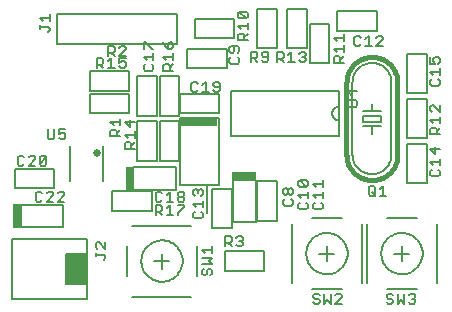
<source format=gto>
G75*
G70*
%OFA0B0*%
%FSLAX24Y24*%
%IPPOS*%
%LPD*%
%AMOC8*
5,1,8,0,0,1.08239X$1,22.5*
%
%ADD10C,0.0070*%
%ADD11R,0.0800X0.0250*%
%ADD12C,0.0080*%
%ADD13R,0.1200X0.0300*%
%ADD14R,0.0250X0.0800*%
%ADD15R,0.0700X0.1000*%
%ADD16C,0.0160*%
%ADD17C,0.0256*%
D10*
X001085Y002880D02*
X001085Y003620D01*
X002495Y003620D01*
X002495Y002880D01*
X001085Y002880D01*
X001630Y003735D02*
X001740Y003735D01*
X001795Y003790D01*
X001943Y003735D02*
X002164Y003955D01*
X002164Y004010D01*
X002108Y004065D01*
X001998Y004065D01*
X001943Y004010D01*
X001795Y004010D02*
X001740Y004065D01*
X001630Y004065D01*
X001575Y004010D01*
X001575Y003790D01*
X001630Y003735D01*
X001943Y003735D02*
X002164Y003735D01*
X002312Y003735D02*
X002532Y003955D01*
X002532Y004010D01*
X002477Y004065D01*
X002367Y004065D01*
X002312Y004010D01*
X002200Y004180D02*
X000880Y004180D01*
X000880Y004820D01*
X002200Y004820D01*
X002200Y004180D01*
X002312Y003735D02*
X002532Y003735D01*
X002739Y004409D02*
X002739Y005591D01*
X002519Y005814D02*
X002409Y005814D01*
X002354Y005869D01*
X002354Y005979D02*
X002464Y006034D01*
X002519Y006034D01*
X002574Y005979D01*
X002574Y005869D01*
X002519Y005814D01*
X002354Y005979D02*
X002354Y006144D01*
X002574Y006144D01*
X002205Y006144D02*
X002205Y005869D01*
X002150Y005814D01*
X002040Y005814D01*
X001985Y005869D01*
X001985Y006144D01*
X001877Y005265D02*
X001932Y005210D01*
X001712Y004990D01*
X001767Y004935D01*
X001877Y004935D01*
X001932Y004990D01*
X001932Y005210D01*
X001877Y005265D02*
X001767Y005265D01*
X001712Y005210D01*
X001712Y004990D01*
X001564Y004935D02*
X001343Y004935D01*
X001564Y005155D01*
X001564Y005210D01*
X001508Y005265D01*
X001398Y005265D01*
X001343Y005210D01*
X001195Y005210D02*
X001140Y005265D01*
X001030Y005265D01*
X000975Y005210D01*
X000975Y004990D01*
X001030Y004935D01*
X001140Y004935D01*
X001195Y004990D01*
X003380Y006680D02*
X003380Y007320D01*
X004700Y007320D01*
X004700Y006680D01*
X003380Y006680D01*
X004065Y006383D02*
X004395Y006383D01*
X004395Y006273D02*
X004395Y006494D01*
X004550Y006387D02*
X004715Y006222D01*
X004715Y006442D01*
X004880Y006387D02*
X004550Y006387D01*
X004395Y006125D02*
X004285Y006015D01*
X004285Y006070D02*
X004285Y005905D01*
X004395Y005905D02*
X004065Y005905D01*
X004065Y006070D01*
X004120Y006125D01*
X004230Y006125D01*
X004285Y006070D01*
X004175Y006273D02*
X004065Y006383D01*
X004550Y005963D02*
X004660Y005853D01*
X004550Y005963D02*
X004880Y005963D01*
X004880Y005853D02*
X004880Y006074D01*
X004970Y006410D02*
X005610Y006410D01*
X005610Y005090D01*
X004970Y005090D01*
X004970Y006410D01*
X004970Y006590D02*
X005610Y006590D01*
X005610Y007910D01*
X004970Y007910D01*
X004970Y006590D01*
X005720Y006590D02*
X005720Y007910D01*
X006360Y007910D01*
X006360Y006590D01*
X005720Y006590D01*
X005720Y006410D02*
X006360Y006410D01*
X006360Y005090D01*
X005720Y005090D01*
X005720Y006410D01*
X006380Y006680D02*
X006380Y007320D01*
X007700Y007320D01*
X007700Y006680D01*
X006380Y006680D01*
X006825Y007385D02*
X006935Y007385D01*
X006990Y007440D01*
X007138Y007385D02*
X007359Y007385D01*
X007248Y007385D02*
X007248Y007715D01*
X007138Y007605D01*
X006990Y007660D02*
X006935Y007715D01*
X006825Y007715D01*
X006770Y007660D01*
X006770Y007440D01*
X006825Y007385D01*
X007507Y007440D02*
X007562Y007385D01*
X007672Y007385D01*
X007727Y007440D01*
X007727Y007660D01*
X007672Y007715D01*
X007562Y007715D01*
X007507Y007660D01*
X007507Y007605D01*
X007562Y007550D01*
X007727Y007550D01*
X008075Y007415D02*
X008075Y005923D01*
X011697Y005923D01*
X011697Y007415D01*
X008075Y007415D01*
X007950Y008180D02*
X007950Y008820D01*
X006630Y008820D01*
X006630Y008180D01*
X007950Y008180D01*
X008090Y008328D02*
X008310Y008328D01*
X008365Y008383D01*
X008365Y008494D01*
X008310Y008549D01*
X008310Y008697D02*
X008365Y008752D01*
X008365Y008862D01*
X008310Y008917D01*
X008090Y008917D01*
X008035Y008862D01*
X008035Y008752D01*
X008090Y008697D01*
X008145Y008697D01*
X008200Y008752D01*
X008200Y008917D01*
X008315Y009105D02*
X008315Y009270D01*
X008370Y009325D01*
X008480Y009325D01*
X008535Y009270D01*
X008535Y009105D01*
X008645Y009105D02*
X008315Y009105D01*
X008200Y009180D02*
X006880Y009180D01*
X006880Y009820D01*
X008200Y009820D01*
X008200Y009180D01*
X008425Y009473D02*
X008315Y009583D01*
X008645Y009583D01*
X008645Y009473D02*
X008645Y009694D01*
X008590Y009842D02*
X008370Y009842D01*
X008315Y009897D01*
X008315Y010007D01*
X008370Y010062D01*
X008590Y009842D01*
X008645Y009897D01*
X008645Y010007D01*
X008590Y010062D01*
X008370Y010062D01*
X008970Y010160D02*
X009610Y010160D01*
X009610Y008840D01*
X008970Y008840D01*
X008970Y010160D01*
X008645Y009325D02*
X008535Y009215D01*
X008745Y008725D02*
X008910Y008725D01*
X008965Y008670D01*
X008965Y008560D01*
X008910Y008505D01*
X008745Y008505D01*
X008745Y008395D02*
X008745Y008725D01*
X008855Y008505D02*
X008965Y008395D01*
X009113Y008450D02*
X009168Y008395D01*
X009278Y008395D01*
X009334Y008450D01*
X009334Y008670D01*
X009278Y008725D01*
X009168Y008725D01*
X009113Y008670D01*
X009113Y008615D01*
X009168Y008560D01*
X009334Y008560D01*
X009625Y008495D02*
X009790Y008495D01*
X009845Y008550D01*
X009845Y008660D01*
X009790Y008715D01*
X009625Y008715D01*
X009625Y008385D01*
X009735Y008495D02*
X009845Y008385D01*
X009993Y008385D02*
X010214Y008385D01*
X010103Y008385D02*
X010103Y008715D01*
X009993Y008605D01*
X009970Y008840D02*
X009970Y010160D01*
X010610Y010160D01*
X010610Y008840D01*
X009970Y008840D01*
X010362Y008660D02*
X010417Y008715D01*
X010527Y008715D01*
X010582Y008660D01*
X010582Y008605D01*
X010527Y008550D01*
X010582Y008495D01*
X010582Y008440D01*
X010527Y008385D01*
X010417Y008385D01*
X010362Y008440D01*
X010472Y008550D02*
X010527Y008550D01*
X010720Y008340D02*
X010720Y009660D01*
X011360Y009660D01*
X011360Y008340D01*
X010720Y008340D01*
X011515Y008355D02*
X011515Y008520D01*
X011570Y008575D01*
X011680Y008575D01*
X011735Y008520D01*
X011735Y008355D01*
X011845Y008355D02*
X011515Y008355D01*
X011735Y008465D02*
X011845Y008575D01*
X011845Y008723D02*
X011845Y008944D01*
X011845Y008833D02*
X011515Y008833D01*
X011625Y008723D01*
X011625Y009092D02*
X011515Y009202D01*
X011845Y009202D01*
X011845Y009092D02*
X011845Y009312D01*
X011630Y009430D02*
X011630Y010070D01*
X012950Y010070D01*
X012950Y009430D01*
X011630Y009430D01*
X012200Y009200D02*
X012200Y008980D01*
X012255Y008925D01*
X012365Y008925D01*
X012420Y008980D01*
X012568Y008925D02*
X012789Y008925D01*
X012678Y008925D02*
X012678Y009255D01*
X012568Y009145D01*
X012420Y009200D02*
X012365Y009255D01*
X012255Y009255D01*
X012200Y009200D01*
X012937Y009200D02*
X012992Y009255D01*
X013102Y009255D01*
X013157Y009200D01*
X013157Y009145D01*
X012937Y008925D01*
X013157Y008925D01*
X013970Y008660D02*
X014610Y008660D01*
X014610Y007340D01*
X013970Y007340D01*
X013970Y008660D01*
X014725Y008542D02*
X014725Y008322D01*
X014890Y008322D01*
X014835Y008432D01*
X014835Y008487D01*
X014890Y008542D01*
X015000Y008542D01*
X015055Y008487D01*
X015055Y008377D01*
X015000Y008322D01*
X015055Y008174D02*
X015055Y007953D01*
X015055Y008063D02*
X014725Y008063D01*
X014835Y007953D01*
X014780Y007805D02*
X014725Y007750D01*
X014725Y007640D01*
X014780Y007585D01*
X015000Y007585D01*
X015055Y007640D01*
X015055Y007750D01*
X015000Y007805D01*
X014610Y007160D02*
X013970Y007160D01*
X013970Y005840D01*
X014610Y005840D01*
X014610Y007160D01*
X014780Y006937D02*
X014725Y006882D01*
X014725Y006772D01*
X014780Y006717D01*
X014780Y006937D02*
X014835Y006937D01*
X015055Y006717D01*
X015055Y006937D01*
X015055Y006569D02*
X015055Y006348D01*
X015055Y006458D02*
X014725Y006458D01*
X014835Y006348D01*
X014890Y006200D02*
X014945Y006145D01*
X014945Y005980D01*
X015055Y005980D02*
X014725Y005980D01*
X014725Y006145D01*
X014780Y006200D01*
X014890Y006200D01*
X014945Y006090D02*
X015055Y006200D01*
X014610Y005660D02*
X013970Y005660D01*
X013970Y004340D01*
X014610Y004340D01*
X014610Y005660D01*
X014725Y005482D02*
X014890Y005317D01*
X014890Y005537D01*
X015055Y005482D02*
X014725Y005482D01*
X014725Y005058D02*
X015055Y005058D01*
X015055Y004948D02*
X015055Y005169D01*
X014835Y004948D02*
X014725Y005058D01*
X014780Y004800D02*
X014725Y004745D01*
X014725Y004635D01*
X014780Y004580D01*
X015000Y004580D01*
X015055Y004635D01*
X015055Y004745D01*
X015000Y004800D01*
X013440Y005300D02*
X013440Y007700D01*
X013438Y007750D01*
X013432Y007799D01*
X013423Y007848D01*
X013410Y007896D01*
X013393Y007943D01*
X013373Y007988D01*
X013349Y008032D01*
X013322Y008074D01*
X013291Y008114D01*
X013258Y008151D01*
X013222Y008185D01*
X013184Y008217D01*
X013143Y008246D01*
X013101Y008271D01*
X013056Y008293D01*
X013010Y008312D01*
X012962Y008327D01*
X012914Y008338D01*
X012865Y008346D01*
X012815Y008350D01*
X012765Y008350D01*
X012715Y008346D01*
X012666Y008338D01*
X012618Y008327D01*
X012570Y008312D01*
X012524Y008293D01*
X012479Y008271D01*
X012437Y008246D01*
X012396Y008217D01*
X012358Y008185D01*
X012322Y008151D01*
X012289Y008114D01*
X012258Y008074D01*
X012231Y008032D01*
X012207Y007988D01*
X012187Y007943D01*
X012170Y007896D01*
X012157Y007848D01*
X012148Y007799D01*
X012142Y007750D01*
X012140Y007700D01*
X012140Y005300D01*
X012142Y005250D01*
X012148Y005201D01*
X012157Y005152D01*
X012170Y005104D01*
X012187Y005057D01*
X012207Y005012D01*
X012231Y004968D01*
X012258Y004926D01*
X012289Y004886D01*
X012322Y004849D01*
X012358Y004815D01*
X012396Y004783D01*
X012437Y004754D01*
X012479Y004729D01*
X012524Y004707D01*
X012570Y004688D01*
X012618Y004673D01*
X012666Y004662D01*
X012715Y004654D01*
X012765Y004650D01*
X012815Y004650D01*
X012865Y004654D01*
X012914Y004662D01*
X012962Y004673D01*
X013010Y004688D01*
X013056Y004707D01*
X013101Y004729D01*
X013143Y004754D01*
X013184Y004783D01*
X013222Y004815D01*
X013258Y004849D01*
X013291Y004886D01*
X013322Y004926D01*
X013349Y004968D01*
X013373Y005012D01*
X013393Y005057D01*
X013410Y005104D01*
X013423Y005152D01*
X013432Y005201D01*
X013438Y005250D01*
X013440Y005300D01*
X012790Y006000D02*
X012790Y006250D01*
X012490Y006250D01*
X012490Y006400D02*
X012490Y006600D01*
X013090Y006600D01*
X013090Y006400D01*
X012490Y006400D01*
X012790Y006250D02*
X013090Y006250D01*
X013090Y006750D02*
X012790Y006750D01*
X012790Y007000D01*
X012790Y006750D02*
X012490Y006750D01*
X012305Y006953D02*
X012305Y007064D01*
X012250Y007119D01*
X011975Y007119D01*
X011975Y006898D02*
X012250Y006898D01*
X012305Y006953D01*
X012140Y007267D02*
X012140Y007487D01*
X012305Y007432D02*
X011975Y007432D01*
X012140Y007267D01*
X011690Y006900D02*
X011662Y006898D01*
X011634Y006893D01*
X011607Y006884D01*
X011582Y006872D01*
X011558Y006857D01*
X011536Y006839D01*
X011517Y006818D01*
X011500Y006796D01*
X011486Y006771D01*
X011476Y006745D01*
X011469Y006717D01*
X011465Y006689D01*
X011465Y006661D01*
X011469Y006633D01*
X011476Y006605D01*
X011486Y006579D01*
X011500Y006554D01*
X011517Y006532D01*
X011536Y006511D01*
X011558Y006493D01*
X011582Y006478D01*
X011607Y006466D01*
X011634Y006457D01*
X011662Y006452D01*
X011690Y006450D01*
X011155Y004437D02*
X011155Y004217D01*
X011155Y004327D02*
X010825Y004327D01*
X010935Y004217D01*
X011155Y004069D02*
X011155Y003848D01*
X011155Y003958D02*
X010825Y003958D01*
X010935Y003848D01*
X010880Y003700D02*
X010825Y003645D01*
X010825Y003535D01*
X010880Y003480D01*
X011100Y003480D01*
X011155Y003535D01*
X011155Y003645D01*
X011100Y003700D01*
X010655Y003645D02*
X010600Y003700D01*
X010655Y003645D02*
X010655Y003535D01*
X010600Y003480D01*
X010380Y003480D01*
X010325Y003535D01*
X010325Y003645D01*
X010380Y003700D01*
X010435Y003848D02*
X010325Y003958D01*
X010655Y003958D01*
X010655Y003848D02*
X010655Y004069D01*
X010600Y004217D02*
X010380Y004217D01*
X010325Y004272D01*
X010325Y004382D01*
X010380Y004437D01*
X010600Y004217D01*
X010655Y004272D01*
X010655Y004382D01*
X010600Y004437D01*
X010380Y004437D01*
X010100Y004187D02*
X010155Y004132D01*
X010155Y004022D01*
X010100Y003967D01*
X010045Y003967D01*
X009990Y004022D01*
X009990Y004132D01*
X010045Y004187D01*
X010100Y004187D01*
X009990Y004132D02*
X009935Y004187D01*
X009880Y004187D01*
X009825Y004132D01*
X009825Y004022D01*
X009880Y003967D01*
X009935Y003967D01*
X009990Y004022D01*
X010100Y003819D02*
X010155Y003764D01*
X010155Y003653D01*
X010100Y003598D01*
X009880Y003598D01*
X009825Y003653D01*
X009825Y003764D01*
X009880Y003819D01*
X009610Y004410D02*
X009610Y003090D01*
X008970Y003090D01*
X008970Y004410D01*
X009610Y004410D01*
X008910Y004455D02*
X008170Y004455D01*
X008170Y003045D01*
X008910Y003045D01*
X008910Y004455D01*
X008110Y004160D02*
X007470Y004160D01*
X007470Y002840D01*
X008110Y002840D01*
X008110Y004160D01*
X007290Y004250D02*
X007290Y003350D01*
X007155Y003345D02*
X007100Y003400D01*
X007155Y003345D02*
X007155Y003235D01*
X007100Y003180D01*
X006880Y003180D01*
X006825Y003235D01*
X006825Y003345D01*
X006880Y003400D01*
X006935Y003548D02*
X006825Y003658D01*
X007155Y003658D01*
X007155Y003548D02*
X007155Y003769D01*
X007100Y003917D02*
X007155Y003972D01*
X007155Y004082D01*
X007100Y004137D01*
X007045Y004137D01*
X006990Y004082D01*
X006990Y004027D01*
X006990Y004082D02*
X006935Y004137D01*
X006880Y004137D01*
X006825Y004082D01*
X006825Y003972D01*
X006880Y003917D01*
X006532Y003955D02*
X006477Y003900D01*
X006367Y003900D01*
X006312Y003955D01*
X006312Y004010D01*
X006367Y004065D01*
X006477Y004065D01*
X006532Y004010D01*
X006532Y003955D01*
X006477Y003900D02*
X006532Y003845D01*
X006532Y003790D01*
X006477Y003735D01*
X006367Y003735D01*
X006312Y003790D01*
X006312Y003845D01*
X006367Y003900D01*
X006245Y004130D02*
X006245Y004870D01*
X004835Y004870D01*
X004835Y004130D01*
X006245Y004130D01*
X006053Y004065D02*
X006053Y003735D01*
X005943Y003735D02*
X006164Y003735D01*
X006053Y003615D02*
X006053Y003285D01*
X005943Y003285D02*
X006164Y003285D01*
X006312Y003285D02*
X006312Y003340D01*
X006532Y003560D01*
X006532Y003615D01*
X006312Y003615D01*
X006053Y003615D02*
X005943Y003505D01*
X005795Y003560D02*
X005795Y003450D01*
X005740Y003395D01*
X005575Y003395D01*
X005575Y003285D02*
X005575Y003615D01*
X005740Y003615D01*
X005795Y003560D01*
X005740Y003735D02*
X005795Y003790D01*
X005740Y003735D02*
X005630Y003735D01*
X005575Y003790D01*
X005575Y004010D01*
X005630Y004065D01*
X005740Y004065D01*
X005795Y004010D01*
X005943Y003955D02*
X006053Y004065D01*
X005450Y004070D02*
X005450Y003430D01*
X004130Y003430D01*
X004130Y004070D01*
X005450Y004070D01*
X005685Y003395D02*
X005795Y003285D01*
X007125Y002127D02*
X007235Y002017D01*
X007125Y002127D02*
X007455Y002127D01*
X007455Y002017D02*
X007455Y002237D01*
X007455Y001869D02*
X007125Y001869D01*
X007125Y001648D02*
X007455Y001648D01*
X007345Y001758D01*
X007455Y001869D01*
X007400Y001500D02*
X007345Y001500D01*
X007290Y001445D01*
X007290Y001335D01*
X007235Y001280D01*
X007180Y001280D01*
X007125Y001335D01*
X007125Y001445D01*
X007180Y001500D01*
X007400Y001500D02*
X007455Y001445D01*
X007455Y001335D01*
X007400Y001280D01*
X007880Y001430D02*
X007880Y002070D01*
X009200Y002070D01*
X009200Y001430D01*
X007880Y001430D01*
X007895Y002245D02*
X007895Y002575D01*
X008060Y002575D01*
X008115Y002520D01*
X008115Y002410D01*
X008060Y002355D01*
X007895Y002355D01*
X008005Y002355D02*
X008115Y002245D01*
X008263Y002300D02*
X008318Y002245D01*
X008428Y002245D01*
X008484Y002300D01*
X008484Y002355D01*
X008428Y002410D01*
X008373Y002410D01*
X008428Y002410D02*
X008484Y002465D01*
X008484Y002520D01*
X008428Y002575D01*
X008318Y002575D01*
X008263Y002520D01*
X010825Y000610D02*
X010825Y000555D01*
X010880Y000500D01*
X010990Y000500D01*
X011045Y000445D01*
X011045Y000390D01*
X010990Y000335D01*
X010880Y000335D01*
X010825Y000390D01*
X010825Y000610D02*
X010880Y000665D01*
X010990Y000665D01*
X011045Y000610D01*
X011193Y000665D02*
X011193Y000335D01*
X011303Y000445D01*
X011414Y000335D01*
X011414Y000665D01*
X011562Y000610D02*
X011617Y000665D01*
X011727Y000665D01*
X011782Y000610D01*
X011782Y000555D01*
X011562Y000335D01*
X011782Y000335D01*
X013275Y000390D02*
X013330Y000335D01*
X013440Y000335D01*
X013495Y000390D01*
X013495Y000445D01*
X013440Y000500D01*
X013330Y000500D01*
X013275Y000555D01*
X013275Y000610D01*
X013330Y000665D01*
X013440Y000665D01*
X013495Y000610D01*
X013643Y000665D02*
X013643Y000335D01*
X013753Y000445D01*
X013864Y000335D01*
X013864Y000665D01*
X014012Y000610D02*
X014067Y000665D01*
X014177Y000665D01*
X014232Y000610D01*
X014232Y000555D01*
X014177Y000500D01*
X014232Y000445D01*
X014232Y000390D01*
X014177Y000335D01*
X014067Y000335D01*
X014012Y000390D01*
X014122Y000500D02*
X014177Y000500D01*
X013264Y003935D02*
X013043Y003935D01*
X013153Y003935D02*
X013153Y004265D01*
X013043Y004155D01*
X012895Y004210D02*
X012895Y003990D01*
X012840Y003935D01*
X012730Y003935D01*
X012675Y003990D01*
X012675Y004210D01*
X012730Y004265D01*
X012840Y004265D01*
X012895Y004210D01*
X012785Y004045D02*
X012895Y003935D01*
X008090Y008328D02*
X008035Y008383D01*
X008035Y008494D01*
X008090Y008549D01*
X006290Y009000D02*
X002290Y009000D01*
X002290Y010000D01*
X006290Y010000D01*
X006290Y009000D01*
X006155Y008987D02*
X006100Y009042D01*
X006045Y009042D01*
X005990Y008987D01*
X005990Y008822D01*
X006100Y008822D01*
X006155Y008877D01*
X006155Y008987D01*
X005990Y008822D02*
X005880Y008932D01*
X005825Y009042D01*
X005505Y008822D02*
X005450Y008822D01*
X005230Y009042D01*
X005175Y009042D01*
X005175Y008822D01*
X005175Y008563D02*
X005505Y008563D01*
X005505Y008453D02*
X005505Y008674D01*
X005285Y008453D02*
X005175Y008563D01*
X005230Y008305D02*
X005175Y008250D01*
X005175Y008140D01*
X005230Y008085D01*
X005450Y008085D01*
X005505Y008140D01*
X005505Y008250D01*
X005450Y008305D01*
X005825Y008250D02*
X005825Y008085D01*
X006155Y008085D01*
X006045Y008085D02*
X006045Y008250D01*
X005990Y008305D01*
X005880Y008305D01*
X005825Y008250D01*
X006045Y008195D02*
X006155Y008305D01*
X006155Y008453D02*
X006155Y008674D01*
X006155Y008563D02*
X005825Y008563D01*
X005935Y008453D01*
X004700Y008070D02*
X004700Y007430D01*
X003380Y007430D01*
X003380Y008070D01*
X004700Y008070D01*
X004577Y008240D02*
X004522Y008185D01*
X004412Y008185D01*
X004357Y008240D01*
X004357Y008350D02*
X004467Y008405D01*
X004522Y008405D01*
X004577Y008350D01*
X004577Y008240D01*
X004357Y008350D02*
X004357Y008515D01*
X004577Y008515D01*
X004577Y008585D02*
X004357Y008585D01*
X004577Y008805D01*
X004577Y008860D01*
X004522Y008915D01*
X004412Y008915D01*
X004357Y008860D01*
X004209Y008860D02*
X004209Y008750D01*
X004154Y008695D01*
X003988Y008695D01*
X003988Y008585D02*
X003988Y008915D01*
X004154Y008915D01*
X004209Y008860D01*
X004098Y008695D02*
X004209Y008585D01*
X004098Y008515D02*
X004098Y008185D01*
X003988Y008185D02*
X004209Y008185D01*
X003988Y008405D02*
X004098Y008515D01*
X003840Y008460D02*
X003840Y008350D01*
X003785Y008295D01*
X003620Y008295D01*
X003620Y008185D02*
X003620Y008515D01*
X003785Y008515D01*
X003840Y008460D01*
X003730Y008295D02*
X003840Y008185D01*
X002055Y009440D02*
X002000Y009385D01*
X002055Y009440D02*
X002055Y009495D01*
X002000Y009550D01*
X001725Y009550D01*
X001725Y009495D02*
X001725Y009605D01*
X001835Y009753D02*
X001725Y009863D01*
X002055Y009863D01*
X002055Y009753D02*
X002055Y009974D01*
X003841Y005591D02*
X003841Y004409D01*
X004550Y005485D02*
X004550Y005650D01*
X004605Y005705D01*
X004715Y005705D01*
X004770Y005650D01*
X004770Y005485D01*
X004880Y005485D02*
X004550Y005485D01*
X004770Y005595D02*
X004880Y005705D01*
X003905Y002387D02*
X003905Y002167D01*
X003685Y002387D01*
X003630Y002387D01*
X003575Y002332D01*
X003575Y002222D01*
X003630Y002167D01*
X003575Y002019D02*
X003575Y001908D01*
X003575Y001964D02*
X003850Y001964D01*
X003905Y001908D01*
X003905Y001853D01*
X003850Y001798D01*
D11*
X008540Y004575D03*
D12*
X000790Y002500D02*
X000790Y000500D01*
X003290Y000500D01*
X003290Y001000D01*
X002590Y001000D01*
X002590Y002000D01*
X003290Y002000D01*
X003290Y001000D01*
X003290Y002000D02*
X003290Y002500D01*
X000790Y002500D01*
X004609Y002242D02*
X004609Y001258D01*
X004806Y000569D02*
X006774Y000569D01*
X006971Y001258D02*
X006971Y002242D01*
X006774Y002931D02*
X004806Y002931D01*
X005790Y002000D02*
X005790Y001500D01*
X005101Y001750D02*
X005103Y001802D01*
X005109Y001854D01*
X005119Y001905D01*
X005132Y001955D01*
X005150Y002005D01*
X005171Y002052D01*
X005195Y002098D01*
X005224Y002142D01*
X005255Y002184D01*
X005289Y002223D01*
X005326Y002260D01*
X005366Y002293D01*
X005409Y002324D01*
X005453Y002351D01*
X005499Y002375D01*
X005548Y002395D01*
X005597Y002411D01*
X005648Y002424D01*
X005699Y002433D01*
X005751Y002438D01*
X005803Y002439D01*
X005855Y002436D01*
X005907Y002429D01*
X005958Y002418D01*
X006008Y002404D01*
X006057Y002385D01*
X006104Y002363D01*
X006149Y002338D01*
X006193Y002309D01*
X006234Y002277D01*
X006273Y002242D01*
X006308Y002204D01*
X006341Y002163D01*
X006371Y002121D01*
X006397Y002076D01*
X006420Y002029D01*
X006439Y001980D01*
X006455Y001930D01*
X006467Y001880D01*
X006475Y001828D01*
X006479Y001776D01*
X006479Y001724D01*
X006475Y001672D01*
X006467Y001620D01*
X006455Y001570D01*
X006439Y001520D01*
X006420Y001471D01*
X006397Y001424D01*
X006371Y001379D01*
X006341Y001337D01*
X006308Y001296D01*
X006273Y001258D01*
X006234Y001223D01*
X006193Y001191D01*
X006149Y001162D01*
X006104Y001137D01*
X006057Y001115D01*
X006008Y001096D01*
X005958Y001082D01*
X005907Y001071D01*
X005855Y001064D01*
X005803Y001061D01*
X005751Y001062D01*
X005699Y001067D01*
X005648Y001076D01*
X005597Y001089D01*
X005548Y001105D01*
X005499Y001125D01*
X005453Y001149D01*
X005409Y001176D01*
X005366Y001207D01*
X005326Y001240D01*
X005289Y001277D01*
X005255Y001316D01*
X005224Y001358D01*
X005195Y001402D01*
X005171Y001448D01*
X005150Y001495D01*
X005132Y001545D01*
X005119Y001595D01*
X005109Y001646D01*
X005103Y001698D01*
X005101Y001750D01*
X005540Y001750D02*
X006040Y001750D01*
X006400Y004270D02*
X007680Y004270D01*
X007680Y006530D01*
X006400Y006530D01*
X006400Y004270D01*
X010109Y002984D02*
X010109Y001016D01*
X010798Y000819D02*
X011782Y000819D01*
X012471Y001016D02*
X012471Y002984D01*
X012609Y002984D02*
X012609Y001016D01*
X013298Y000819D02*
X014282Y000819D01*
X014971Y001016D02*
X014971Y002984D01*
X014282Y003181D02*
X013298Y003181D01*
X013790Y002250D02*
X013790Y001750D01*
X013101Y002000D02*
X013103Y002052D01*
X013109Y002104D01*
X013119Y002155D01*
X013132Y002205D01*
X013150Y002255D01*
X013171Y002302D01*
X013195Y002348D01*
X013224Y002392D01*
X013255Y002434D01*
X013289Y002473D01*
X013326Y002510D01*
X013366Y002543D01*
X013409Y002574D01*
X013453Y002601D01*
X013499Y002625D01*
X013548Y002645D01*
X013597Y002661D01*
X013648Y002674D01*
X013699Y002683D01*
X013751Y002688D01*
X013803Y002689D01*
X013855Y002686D01*
X013907Y002679D01*
X013958Y002668D01*
X014008Y002654D01*
X014057Y002635D01*
X014104Y002613D01*
X014149Y002588D01*
X014193Y002559D01*
X014234Y002527D01*
X014273Y002492D01*
X014308Y002454D01*
X014341Y002413D01*
X014371Y002371D01*
X014397Y002326D01*
X014420Y002279D01*
X014439Y002230D01*
X014455Y002180D01*
X014467Y002130D01*
X014475Y002078D01*
X014479Y002026D01*
X014479Y001974D01*
X014475Y001922D01*
X014467Y001870D01*
X014455Y001820D01*
X014439Y001770D01*
X014420Y001721D01*
X014397Y001674D01*
X014371Y001629D01*
X014341Y001587D01*
X014308Y001546D01*
X014273Y001508D01*
X014234Y001473D01*
X014193Y001441D01*
X014149Y001412D01*
X014104Y001387D01*
X014057Y001365D01*
X014008Y001346D01*
X013958Y001332D01*
X013907Y001321D01*
X013855Y001314D01*
X013803Y001311D01*
X013751Y001312D01*
X013699Y001317D01*
X013648Y001326D01*
X013597Y001339D01*
X013548Y001355D01*
X013499Y001375D01*
X013453Y001399D01*
X013409Y001426D01*
X013366Y001457D01*
X013326Y001490D01*
X013289Y001527D01*
X013255Y001566D01*
X013224Y001608D01*
X013195Y001652D01*
X013171Y001698D01*
X013150Y001745D01*
X013132Y001795D01*
X013119Y001845D01*
X013109Y001896D01*
X013103Y001948D01*
X013101Y002000D01*
X013540Y002000D02*
X014040Y002000D01*
X011782Y003181D02*
X010798Y003181D01*
X011290Y002250D02*
X011290Y001750D01*
X010601Y002000D02*
X010603Y002052D01*
X010609Y002104D01*
X010619Y002155D01*
X010632Y002205D01*
X010650Y002255D01*
X010671Y002302D01*
X010695Y002348D01*
X010724Y002392D01*
X010755Y002434D01*
X010789Y002473D01*
X010826Y002510D01*
X010866Y002543D01*
X010909Y002574D01*
X010953Y002601D01*
X010999Y002625D01*
X011048Y002645D01*
X011097Y002661D01*
X011148Y002674D01*
X011199Y002683D01*
X011251Y002688D01*
X011303Y002689D01*
X011355Y002686D01*
X011407Y002679D01*
X011458Y002668D01*
X011508Y002654D01*
X011557Y002635D01*
X011604Y002613D01*
X011649Y002588D01*
X011693Y002559D01*
X011734Y002527D01*
X011773Y002492D01*
X011808Y002454D01*
X011841Y002413D01*
X011871Y002371D01*
X011897Y002326D01*
X011920Y002279D01*
X011939Y002230D01*
X011955Y002180D01*
X011967Y002130D01*
X011975Y002078D01*
X011979Y002026D01*
X011979Y001974D01*
X011975Y001922D01*
X011967Y001870D01*
X011955Y001820D01*
X011939Y001770D01*
X011920Y001721D01*
X011897Y001674D01*
X011871Y001629D01*
X011841Y001587D01*
X011808Y001546D01*
X011773Y001508D01*
X011734Y001473D01*
X011693Y001441D01*
X011649Y001412D01*
X011604Y001387D01*
X011557Y001365D01*
X011508Y001346D01*
X011458Y001332D01*
X011407Y001321D01*
X011355Y001314D01*
X011303Y001311D01*
X011251Y001312D01*
X011199Y001317D01*
X011148Y001326D01*
X011097Y001339D01*
X011048Y001355D01*
X010999Y001375D01*
X010953Y001399D01*
X010909Y001426D01*
X010866Y001457D01*
X010826Y001490D01*
X010789Y001527D01*
X010755Y001566D01*
X010724Y001608D01*
X010695Y001652D01*
X010671Y001698D01*
X010650Y001745D01*
X010632Y001795D01*
X010619Y001845D01*
X010609Y001896D01*
X010603Y001948D01*
X010601Y002000D01*
X011040Y002000D02*
X011540Y002000D01*
D13*
X007040Y006400D03*
D14*
X004715Y004500D03*
X000965Y003250D03*
D15*
X002940Y001500D03*
D16*
X011940Y005300D02*
X011940Y007700D01*
X011942Y007757D01*
X011948Y007813D01*
X011957Y007869D01*
X011970Y007925D01*
X011987Y007979D01*
X012007Y008032D01*
X012031Y008083D01*
X012059Y008133D01*
X012089Y008181D01*
X012123Y008227D01*
X012160Y008270D01*
X012199Y008311D01*
X012241Y008349D01*
X012286Y008384D01*
X012333Y008416D01*
X012382Y008445D01*
X012432Y008471D01*
X012485Y008493D01*
X012538Y008512D01*
X012593Y008527D01*
X012649Y008538D01*
X012705Y008546D01*
X012762Y008550D01*
X012818Y008550D01*
X012875Y008546D01*
X012931Y008538D01*
X012987Y008527D01*
X013042Y008512D01*
X013095Y008493D01*
X013148Y008471D01*
X013198Y008445D01*
X013247Y008416D01*
X013294Y008384D01*
X013339Y008349D01*
X013381Y008311D01*
X013420Y008270D01*
X013457Y008227D01*
X013491Y008181D01*
X013521Y008133D01*
X013549Y008083D01*
X013573Y008032D01*
X013593Y007979D01*
X013610Y007925D01*
X013623Y007869D01*
X013632Y007813D01*
X013638Y007757D01*
X013640Y007700D01*
X013640Y005300D01*
X013638Y005243D01*
X013632Y005187D01*
X013623Y005131D01*
X013610Y005075D01*
X013593Y005021D01*
X013573Y004968D01*
X013549Y004917D01*
X013521Y004867D01*
X013491Y004819D01*
X013457Y004773D01*
X013420Y004730D01*
X013381Y004689D01*
X013339Y004651D01*
X013294Y004616D01*
X013247Y004584D01*
X013198Y004555D01*
X013148Y004529D01*
X013095Y004507D01*
X013042Y004488D01*
X012987Y004473D01*
X012931Y004462D01*
X012875Y004454D01*
X012818Y004450D01*
X012762Y004450D01*
X012705Y004454D01*
X012649Y004462D01*
X012593Y004473D01*
X012538Y004488D01*
X012485Y004507D01*
X012432Y004529D01*
X012382Y004555D01*
X012333Y004584D01*
X012286Y004616D01*
X012241Y004651D01*
X012199Y004689D01*
X012160Y004730D01*
X012123Y004773D01*
X012089Y004819D01*
X012059Y004867D01*
X012031Y004917D01*
X012007Y004968D01*
X011987Y005021D01*
X011970Y005075D01*
X011957Y005131D01*
X011948Y005187D01*
X011942Y005243D01*
X011940Y005300D01*
D17*
X003625Y005364D03*
M02*

</source>
